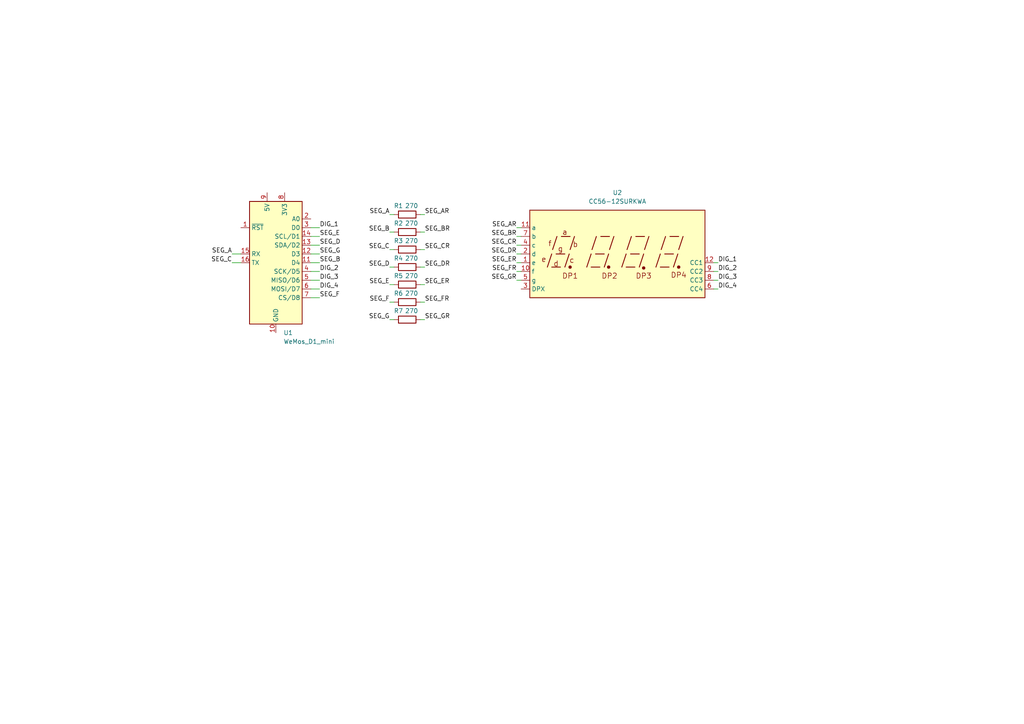
<source format=kicad_sch>
(kicad_sch (version 20230121) (generator eeschema)
  (paper "A4")
  (lib_symbols
    (symbol "Device:R" (pin_numbers hide) (pin_names (offset 0))
      (property "Reference" "R" (at 2.032 0 90))
      (property "Value" "R" (at 0 0 90))
      (symbol "R_0_1"
        (rectangle (start -1.016 -2.54) (end 1.016 2.54) (stroke (width 0.254)))
      )
      (symbol "R_1_1"
        (pin passive line (at 0 3.81 270) (length 1.27) (name "~") (number "1"))
        (pin passive line (at 0 -3.81 90) (length 1.27) (name "~") (number "2"))
      )
    )
    (symbol "Display_Character:CC56-12SURKWA"
      (property "Reference" "U" (at -24.13 13.97 0))
      (property "Value" "CC56-12SURKWA" (at 16.51 13.97 0))
      (symbol "CC56-12SURKWA_0_0"
        (rectangle (start -25.4 12.7) (end 25.4 -12.7) (stroke (width 0.254)) (fill (type background)))
        (polyline (pts (xy -20.32 -3.81) (xy -19.05 0)) (stroke (width 0.254)))
        (polyline (pts (xy -19.05 -3.81) (xy -16.51 -3.81)) (stroke (width 0.254)))
        (polyline (pts (xy -18.796 1.27) (xy -17.526 5.08)) (stroke (width 0.254)))
        (polyline (pts (xy -17.78 0) (xy -15.24 0)) (stroke (width 0.254)))
        (polyline (pts (xy -16.256 5.08) (xy -13.716 5.08)) (stroke (width 0.254)))
        (polyline (pts (xy -15.24 -3.81) (xy -13.97 0)) (stroke (width 0.254)))
        (polyline (pts (xy -13.716 1.27) (xy -12.446 5.08)) (stroke (width 0.254)))
        (polyline (pts (xy -8.89 -3.81) (xy -7.62 0)) (stroke (width 0.254)))
        (polyline (pts (xy -7.62 -3.81) (xy -5.08 -3.81)) (stroke (width 0.254)))
        (polyline (pts (xy -7.366 1.27) (xy -6.096 5.08)) (stroke (width 0.254)))
        (polyline (pts (xy -6.35 0) (xy -3.81 0)) (stroke (width 0.254)))
        (polyline (pts (xy -4.826 5.08) (xy -2.286 5.08)) (stroke (width 0.254)))
        (polyline (pts (xy -3.81 -3.81) (xy -2.54 0)) (stroke (width 0.254)))
        (polyline (pts (xy -2.286 1.27) (xy -1.016 5.08)) (stroke (width 0.254)))
        (polyline (pts (xy 1.27 -3.81) (xy 2.54 0)) (stroke (width 0.254)))
        (polyline (pts (xy 2.54 -3.81) (xy 5.08 -3.81)) (stroke (width 0.254)))
        (polyline (pts (xy 2.794 1.27) (xy 4.064 5.08)) (stroke (width 0.254)))
        (polyline (pts (xy 3.81 0) (xy 6.35 0)) (stroke (width 0.254)))
        (polyline (pts (xy 5.334 5.08) (xy 7.874 5.08)) (stroke (width 0.254)))
        (polyline (pts (xy 6.35 -3.81) (xy 7.62 0)) (stroke (width 0.254)))
        (polyline (pts (xy 7.874 1.27) (xy 9.144 5.08)) (stroke (width 0.254)))
        (polyline (pts (xy 11.176 -3.81) (xy 12.446 0)) (stroke (width 0.254)))
        (polyline (pts (xy 12.446 -3.81) (xy 14.986 -3.81)) (stroke (width 0.254)))
        (polyline (pts (xy 12.7 1.27) (xy 13.97 5.08)) (stroke (width 0.254)))
        (polyline (pts (xy 13.716 0) (xy 16.256 0)) (stroke (width 0.254)))
        (polyline (pts (xy 15.24 5.08) (xy 17.78 5.08)) (stroke (width 0.254)))
        (polyline (pts (xy 16.256 -3.81) (xy 17.526 0)) (stroke (width 0.254)))
        (polyline (pts (xy 17.78 1.27) (xy 19.05 5.08)) (stroke (width 0.254)))
        (text "a" (at -15.24 6.35 0) (effects (font (size 1.524 1.524))))
        (text "b" (at -12.192 2.794 0) (effects (font (size 1.524 1.524))))
        (text "c" (at -13.208 -1.778 0) (effects (font (size 1.524 1.524))))
        (text "d" (at -17.78 -2.794 0) (effects (font (size 1.524 1.524))))
        (text "DP1" (at -13.716 -6.35 0) (effects (font (size 1.524 1.524))))
        (text "DP2" (at -2.286 -6.35 0) (effects (font (size 1.524 1.524))))
        (text "DP3" (at 7.62 -6.35 0) (effects (font (size 1.524 1.524))))
        (text "DP4" (at 17.78 -6.096 0) (effects (font (size 1.524 1.524))))
        (text "e" (at -21.336 -1.524 0) (effects (font (size 1.524 1.524))))
        (text "f" (at -19.558 3.048 0) (effects (font (size 1.524 1.524))))
        (text "g" (at -16.51 1.524 0) (effects (font (size 1.524 1.524))))
      )
      (symbol "CC56-12SURKWA_0_1"
        (circle (center -13.716 -3.81) (radius 0.3556) (stroke (width 0.254)) (fill (type outline)))
        (circle (center -2.54 -3.81) (radius 0.3556) (stroke (width 0.254)) (fill (type outline)))
      )
      (symbol "CC56-12SURKWA_1_0"
        (circle (center 7.62 -4.064) (radius 0.3556) (stroke (width 0.254)) (fill (type outline)))
        (circle (center 17.78 -3.81) (radius 0.3556) (stroke (width 0.254)) (fill (type outline)))
      )
      (symbol "CC56-12SURKWA_1_1"
        (pin input line (at -27.94 -2.54 0) (length 2.54) (name "e") (number "1"))
        (pin input line (at -27.94 -5.08 0) (length 2.54) (name "f") (number "10"))
        (pin input line (at -27.94 7.62 0) (length 2.54) (name "a") (number "11"))
        (pin input line (at 27.94 -2.54 180) (length 2.54) (name "CC1") (number "12"))
        (pin input line (at -27.94 0 0) (length 2.54) (name "d") (number "2"))
        (pin input line (at -27.94 -10.16 0) (length 2.54) (name "DPX") (number "3"))
        (pin input line (at -27.94 2.54 0) (length 2.54) (name "c") (number "4"))
        (pin input line (at -27.94 -7.62 0) (length 2.54) (name "g") (number "5"))
        (pin input line (at 27.94 -10.16 180) (length 2.54) (name "CC4") (number "6"))
        (pin input line (at -27.94 5.08 0) (length 2.54) (name "b") (number "7"))
        (pin input line (at 27.94 -7.62 180) (length 2.54) (name "CC3") (number "8"))
        (pin input line (at 27.94 -5.08 180) (length 2.54) (name "CC2") (number "9"))
      )
    )
    (symbol "MCU_Module:WeMos_D1_mini"
      (property "Reference" "U" (at 3.81 19.05 0))
      (property "Value" "WeMos_D1_mini" (at 1.27 -19.05 0))
      (symbol "WeMos_D1_mini_1_1"
        (rectangle (start -7.62 17.78) (end 7.62 -17.78) (stroke (width 0.254)) (fill (type background)))
        (pin input line (at -10.16 10.16 0) (length 2.54) (name "~{RST}") (number "1"))
        (pin power_in line (at 0 -20.32 90) (length 2.54) (name "GND") (number "10"))
        (pin bidirectional line (at 10.16 0 180) (length 2.54) (name "D4") (number "11"))
        (pin bidirectional line (at 10.16 2.54 180) (length 2.54) (name "D3") (number "12"))
        (pin bidirectional line (at 10.16 5.08 180) (length 2.54) (name "SDA/D2") (number "13"))
        (pin bidirectional line (at 10.16 7.62 180) (length 2.54) (name "SCL/D1") (number "14"))
        (pin input line (at -10.16 2.54 0) (length 2.54) (name "RX") (number "15"))
        (pin output line (at -10.16 0 0) (length 2.54) (name "TX") (number "16"))
        (pin input line (at 10.16 12.7 180) (length 2.54) (name "A0") (number "2"))
        (pin bidirectional line (at 10.16 10.16 180) (length 2.54) (name "D0") (number "3"))
        (pin bidirectional line (at 10.16 -2.54 180) (length 2.54) (name "SCK/D5") (number "4"))
        (pin bidirectional line (at 10.16 -5.08 180) (length 2.54) (name "MISO/D6") (number "5"))
        (pin bidirectional line (at 10.16 -7.62 180) (length 2.54) (name "MOSI/D7") (number "6"))
        (pin bidirectional line (at 10.16 -10.16 180) (length 2.54) (name "CS/D8") (number "7"))
        (pin power_out line (at 2.54 20.32 270) (length 2.54) (name "3V3") (number "8"))
        (pin power_in line (at -2.54 20.32 270) (length 2.54) (name "5V") (number "9"))
      )
    )
  )
  (wire (pts (xy 113.03 72.39) (xy 114.3 72.39)))
  (wire (pts (xy 92.71 66.04) (xy 90.17 66.04)))
  (wire (pts (xy 113.03 87.63) (xy 114.3 87.63)))
  (wire (pts (xy 113.03 62.23) (xy 114.3 62.23)))
  (wire (pts (xy 123.19 92.71) (xy 121.92 92.71)))
  (wire (pts (xy 123.19 67.31) (xy 121.92 67.31)))
  (wire (pts (xy 92.71 76.2) (xy 90.17 76.2)))
  (wire (pts (xy 149.86 73.66) (xy 151.13 73.66)))
  (wire (pts (xy 92.71 81.28) (xy 90.17 81.28)))
  (wire (pts (xy 92.71 86.36) (xy 90.17 86.36)))
  (wire (pts (xy 149.86 66.04) (xy 151.13 66.04)))
  (wire (pts (xy 67.31 73.66) (xy 69.85 73.66)))
  (wire (pts (xy 92.71 78.74) (xy 90.17 78.74)))
  (wire (pts (xy 92.71 83.82) (xy 90.17 83.82)))
  (wire (pts (xy 67.31 76.2) (xy 69.85 76.2)))
  (wire (pts (xy 149.86 76.2) (xy 151.13 76.2)))
  (wire (pts (xy 208.28 83.82) (xy 207.01 83.82)))
  (wire (pts (xy 123.19 72.39) (xy 121.92 72.39)))
  (wire (pts (xy 149.86 78.74) (xy 151.13 78.74)))
  (wire (pts (xy 113.03 67.31) (xy 114.3 67.31)))
  (wire (pts (xy 208.28 76.2) (xy 207.01 76.2)))
  (wire (pts (xy 113.03 77.47) (xy 114.3 77.47)))
  (wire (pts (xy 92.71 71.12) (xy 90.17 71.12)))
  (wire (pts (xy 92.71 68.58) (xy 90.17 68.58)))
  (wire (pts (xy 208.28 81.28) (xy 207.01 81.28)))
  (wire (pts (xy 149.86 68.58) (xy 151.13 68.58)))
  (wire (pts (xy 123.19 62.23) (xy 121.92 62.23)))
  (wire (pts (xy 123.19 82.55) (xy 121.92 82.55)))
  (wire (pts (xy 92.71 73.66) (xy 90.17 73.66)))
  (wire (pts (xy 123.19 77.47) (xy 121.92 77.47)))
  (wire (pts (xy 208.28 78.74) (xy 207.01 78.74)))
  (wire (pts (xy 113.03 92.71) (xy 114.3 92.71)))
  (wire (pts (xy 149.86 71.12) (xy 151.13 71.12)))
  (wire (pts (xy 123.19 87.63) (xy 121.92 87.63)))
  (wire (pts (xy 149.86 81.28) (xy 151.13 81.28)))
  (wire (pts (xy 113.03 82.55) (xy 114.3 82.55)))
  (label "SEG_DR" (at 123.19 77.47 0))
  (label "SEG_F" (at 92.71 86.36 0))
  (label "SEG_D" (at 92.71 71.12 0))
  (label "SEG_BR" (at 149.86 68.58 180))
  (label "SEG_G" (at 92.71 73.66 0))
  (label "SEG_C" (at 113.03 72.39 180))
  (label "SEG_E" (at 113.03 82.55 180))
  (label "SEG_CR" (at 123.19 72.39 0))
  (label "SEG_C" (at 67.31 76.2 180))
  (label "SEG_A" (at 67.31 73.66 180))
  (label "DIG_4" (at 92.71 83.82 0))
  (label "SEG_B" (at 92.71 76.2 0))
  (label "DIG_2" (at 208.28 78.74 0))
  (label "DIG_2" (at 92.71 78.74 0))
  (label "DIG_1" (at 208.28 76.2 0))
  (label "DIG_4" (at 208.28 83.82 0))
  (label "SEG_D" (at 113.03 77.47 180))
  (label "SEG_ER" (at 123.19 82.55 0))
  (label "SEG_ER" (at 149.86 76.2 180))
  (label "SEG_F" (at 113.03 87.63 180))
  (label "SEG_BR" (at 123.19 67.31 0))
  (label "SEG_G" (at 113.03 92.71 180))
  (label "SEG_CR" (at 149.86 71.12 180))
  (label "SEG_B" (at 113.03 67.31 180))
  (label "DIG_1" (at 92.71 66.04 0))
  (label "SEG_A" (at 113.03 62.23 180))
  (label "SEG_AR" (at 123.19 62.23 0))
  (label "SEG_GR" (at 149.86 81.28 180))
  (label "SEG_FR" (at 123.19 87.63 0))
  (label "SEG_GR" (at 123.19 92.71 0))
  (label "SEG_AR" (at 149.86 66.04 180))
  (label "SEG_FR" (at 149.86 78.74 180))
  (label "DIG_3" (at 92.71 81.28 0))
  (label "DIG_3" (at 208.28 81.28 0))
  (label "SEG_E" (at 92.71 68.58 0))
  (label "SEG_DR" (at 149.86 73.66 180))
  (symbol (lib_id "Device:R") (at 118.11 72.39 90) (unit 1)
    (property "Reference" "R3" (at 115.57 69.85 90))
    (property "Value" "270" (at 119.38 69.85 90))
  )
  (symbol (lib_id "Device:R") (at 118.11 67.31 90) (unit 1)
    (property "Reference" "R2" (at 115.57 64.77 90))
    (property "Value" "270" (at 119.38 64.77 90))
  )
  (symbol (lib_id "Device:R") (at 118.11 82.55 90) (unit 1)
    (property "Reference" "R5" (at 115.57 80.01 90))
    (property "Value" "270" (at 119.38 80.01 90))
  )
  (symbol (lib_id "Device:R") (at 118.11 87.63 90) (unit 1)
    (property "Reference" "R6" (at 115.57 85.09 90))
    (property "Value" "270" (at 119.38 85.09 90))
  )
  (symbol (lib_id "MCU_Module:WeMos_D1_mini") (at 80.01 76.2 0) (unit 1)
    (property "Reference" "U1" (at 82.2041 96.52 0) (effects (justify left)))
    (property "Value" "WeMos_D1_mini" (at 82.2041 99.06 0) (effects (justify left)))
    (property "Footprint" "Module:WEMOS_D1_mini_light" (effects hide))
    (property "Datasheet" "https://wiki.wemos.cc/products:d1:d1_mini#documentation" (effects hide))
  )
  (symbol (lib_id "Display_Character:CC56-12SURKWA") (at 179.07 73.66 0) (unit 1)
    (property "Reference" "U2" (at 179.07 55.88 0))
    (property "Value" "CC56-12SURKWA" (at 179.07 58.42 0))
    (property "Footprint" "Display_7Segment:CA56-12SURKWA" (effects hide))
    (property "Datasheet" "http://www.kingbright.com/attachments/file/psearch/000/00/00/CC56-12SURKWA(Ver.7A).pdf" (effects hide))
  )
  (symbol (lib_id "Device:R") (at 118.11 62.23 90) (unit 1)
    (property "Reference" "R1" (at 115.57 59.69 90))
    (property "Value" "270" (at 119.38 59.69 90))
  )
  (symbol (lib_id "Device:R") (at 118.11 77.47 90) (unit 1)
    (property "Reference" "R4" (at 115.57 74.93 90))
    (property "Value" "270" (at 119.38 74.93 90))
  )
  (symbol (lib_id "Device:R") (at 118.11 92.71 90) (unit 1)
    (property "Reference" "R7" (at 115.57 90.17 90))
    (property "Value" "270" (at 119.38 90.17 90))
  )
)
</source>
